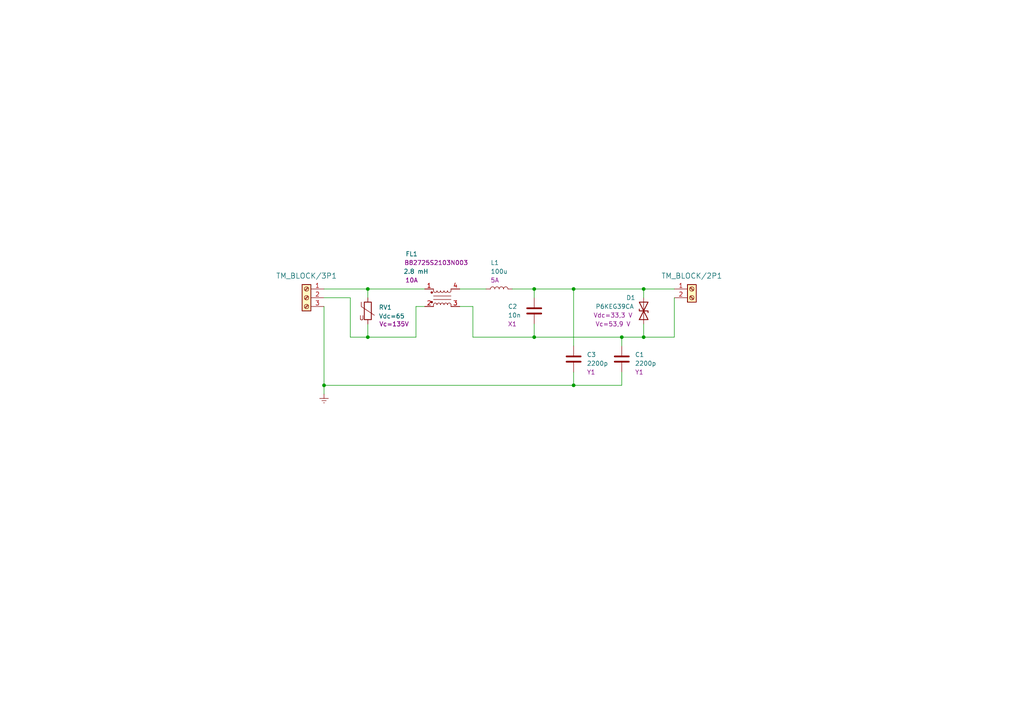
<source format=kicad_sch>
(kicad_sch (version 20230121) (generator eeschema)
  (paper "A4")
  (lib_symbols
    (symbol "yen:C" (pin_numbers hide) (pin_names (offset 0.254))
      (property "Reference" "C" (at 0.635 2.54 0))
      (property "Value" "C" (at 0.635 -2.54 0))
      (symbol "C_0_1"
        (polyline (pts (xy -2.032 -0.762) (xy 2.032 -0.762)) (stroke (width 0.508)))
        (polyline (pts (xy -2.032 0.762) (xy 2.032 0.762)) (stroke (width 0.508)))
      )
      (symbol "C_1_1"
        (pin passive line (at 0 3.81 270) (length 2.794) (name "~") (number "1"))
        (pin passive line (at 0 -3.81 90) (length 2.794) (name "~") (number "2"))
      )
    )
    (symbol "yen:D_TVS" (pin_numbers hide) (pin_names (offset 1.016) hide)
      (property "Reference" "D" (at 0 2.54 0))
      (property "Value" "D_TVS" (at 0 -2.54 0))
      (symbol "D_TVS_0_1"
        (polyline (pts (xy 1.27 0) (xy -1.27 0)))
        (polyline (pts (xy 0.508 1.27) (xy 0 1.27) (xy 0 -1.27) (xy -0.508 -1.27)) (stroke (width 0.254)))
        (polyline (pts (xy -2.54 1.27) (xy -2.54 -1.27) (xy 2.54 1.27) (xy 2.54 -1.27) (xy -2.54 1.27)) (stroke (width 0.254)))
      )
      (symbol "D_TVS_1_1"
        (pin passive line (at -3.81 0 0) (length 2.54) (name "A1") (number "1"))
        (pin passive line (at 3.81 0 180) (length 2.54) (name "A2") (number "2"))
      )
    )
    (symbol "yen:Filter_EMI_CommonMode" (pin_names (offset 0.254) hide)
      (property "Reference" "FL1" (at -8.89 12.7 0))
      (property "Value" "2.8 mH" (at -7.62 7.62 0))
      (property "Manufacturer number" "B82725S2103N003 " (at -1.27 10.16 0))
      (property "Value2" "10A" (at -8.89 5.08 0))
      (symbol "Filter_EMI_CommonMode_0_1"
        (circle (center -3.048 -1.27) (radius 0.254) (fill (type outline)))
        (circle (center -3.048 1.524) (radius 0.254) (fill (type outline)))
        (arc (start -2.54 2.032) (mid -2.032 1.5262) (end -1.524 2.032))
        (arc (start -1.524 -2.032) (mid -2.032 -1.5262) (end -2.54 -2.032))
        (arc (start -1.524 2.032) (mid -1.016 1.5262) (end -0.508 2.032))
        (arc (start -0.508 -2.032) (mid -1.016 -1.5262) (end -1.524 -2.032))
        (arc (start -0.508 2.032) (mid 0 1.5262) (end 0.508 2.032))
        (polyline (pts (xy -2.54 -2.032) (xy -2.54 -2.54)))
        (polyline (pts (xy -2.54 0.508) (xy 2.54 0.508)))
        (polyline (pts (xy -2.54 2.032) (xy -2.54 2.54)))
        (polyline (pts (xy 2.54 -2.032) (xy 2.54 -2.54)))
        (polyline (pts (xy 2.54 -0.508) (xy -2.54 -0.508)))
        (polyline (pts (xy 2.54 2.54) (xy 2.54 2.032)))
        (arc (start 0.508 -2.032) (mid 0 -1.5262) (end -0.508 -2.032))
        (arc (start 0.508 2.032) (mid 1.016 1.5262) (end 1.524 2.032))
        (arc (start 1.524 -2.032) (mid 1.016 -1.5262) (end 0.508 -2.032))
        (arc (start 1.524 2.032) (mid 2.032 1.5262) (end 2.54 2.032))
        (arc (start 2.54 -2.032) (mid 2.032 -1.5262) (end 1.524 -2.032))
      )
      (symbol "Filter_EMI_CommonMode_1_1"
        (pin passive line (at -5.08 2.54 0) (length 2.54) (name "1") (number "1"))
        (pin passive line (at -5.08 -2.54 0) (length 2.54) (name "2") (number "2"))
        (pin passive line (at 5.08 -2.54 180) (length 2.54) (name "3") (number "3"))
        (pin passive line (at 5.08 2.54 180) (length 2.54) (name "4") (number "4"))
      )
    )
    (symbol "yen:GNDREF" (power) (pin_names (offset 0))
      (property "Value" "GNDREF" (at 0 -3.81 0))
      (symbol "GNDREF_0_1"
        (polyline (pts (xy -0.635 -1.905) (xy 0.635 -1.905)))
        (polyline (pts (xy -0.127 -2.54) (xy 0.127 -2.54)))
        (polyline (pts (xy 0 -1.27) (xy 0 0)))
        (polyline (pts (xy 1.27 -1.27) (xy -1.27 -1.27)))
      )
      (symbol "GNDREF_1_1"
        (pin power_in line (at 0 0 270) (length 0) hide (name "GNDREF") (number "1"))
      )
    )
    (symbol "yen:L" (pin_numbers hide) (pin_names (offset 1.016) hide)
      (property "Reference" "L" (at -1.27 0 90))
      (property "Value" "L" (at 1.905 0 90))
      (symbol "L_0_1"
        (arc (start 0 -2.54) (mid 0.6323 -1.905) (end 0 -1.27))
        (arc (start 0 -1.27) (mid 0.6323 -0.635) (end 0 0))
        (arc (start 0 0) (mid 0.6323 0.635) (end 0 1.27))
        (arc (start 0 1.27) (mid 0.6323 1.905) (end 0 2.54))
      )
      (symbol "L_1_1"
        (pin passive line (at 0 3.81 270) (length 1.27) (name "1") (number "1"))
        (pin passive line (at 0 -3.81 90) (length 1.27) (name "2") (number "2"))
      )
    )
    (symbol "yen:TM_BLOCK_2P" (pin_names (offset 0) hide)
      (property "Reference" "TM_BLOCK/2P" (at 10.16 5.08 0))
      (symbol "TM_BLOCK_2P_1_1"
        (rectangle (start -1.27 1.27) (end 1.27 -3.81) (stroke (width 0.254)) (fill (type background)))
        (circle (center 0 -2.54) (radius 0.635) (stroke (width 0.1524)))
        (polyline (pts (xy -0.5334 -2.2098) (xy 0.3302 -3.048)) (stroke (width 0.1524)))
        (polyline (pts (xy -0.5334 0.3302) (xy 0.3302 -0.508)) (stroke (width 0.1524)))
        (polyline (pts (xy -0.3556 -2.032) (xy 0.508 -2.8702)) (stroke (width 0.1524)))
        (polyline (pts (xy -0.3556 0.508) (xy 0.508 -0.3302)) (stroke (width 0.1524)))
        (circle (center 0 0) (radius 0.635) (stroke (width 0.1524)))
        (pin passive line (at -5.08 0 0) (length 3.81) (name "Pin_1") (number "1"))
        (pin passive line (at -5.08 -2.54 0) (length 3.81) (name "Pin_2") (number "2"))
      )
    )
    (symbol "yen:TM_BLOCK_3P" (pin_names (offset 0) hide)
      (property "Reference" "TM_BLOCK/3P" (at 10.16 5.08 0))
      (symbol "TM_BLOCK_3P_1_1"
        (rectangle (start -1.27 3.81) (end 1.27 -3.81) (stroke (width 0.254)) (fill (type background)))
        (circle (center 0 -2.54) (radius 0.635) (stroke (width 0.1524)))
        (polyline (pts (xy -0.5334 -2.2098) (xy 0.3302 -3.048)) (stroke (width 0.1524)))
        (polyline (pts (xy -0.5334 0.3302) (xy 0.3302 -0.508)) (stroke (width 0.1524)))
        (polyline (pts (xy -0.5334 2.8702) (xy 0.3302 2.032)) (stroke (width 0.1524)))
        (polyline (pts (xy -0.3556 -2.032) (xy 0.508 -2.8702)) (stroke (width 0.1524)))
        (polyline (pts (xy -0.3556 0.508) (xy 0.508 -0.3302)) (stroke (width 0.1524)))
        (polyline (pts (xy -0.3556 3.048) (xy 0.508 2.2098)) (stroke (width 0.1524)))
        (circle (center 0 0) (radius 0.635) (stroke (width 0.1524)))
        (circle (center 0 2.54) (radius 0.635) (stroke (width 0.1524)))
        (pin passive line (at -5.08 2.54 0) (length 3.81) (name "Pin_1") (number "1"))
        (pin passive line (at -5.08 0 0) (length 3.81) (name "Pin_2") (number "2"))
        (pin passive line (at -5.08 -2.54 0) (length 3.81) (name "Pin_3") (number "3"))
      )
    )
    (symbol "yen:Varistor" (pin_numbers hide) (pin_names (offset 0))
      (property "Reference" "RV" (at 3.175 0 90))
      (property "Value" "Varistor" (at -3.175 0 90))
      (symbol "Varistor_0_0"
        (text "U" (at -1.778 -2.032 0) (effects (font (size 1.27 1.27))))
      )
      (symbol "Varistor_0_1"
        (rectangle (start -1.016 -2.54) (end 1.016 2.54) (stroke (width 0.254)))
        (polyline (pts (xy -1.905 2.54) (xy -1.905 1.27) (xy 1.905 -1.27)))
      )
      (symbol "Varistor_1_1"
        (pin passive line (at 0 3.81 270) (length 1.27) (name "~") (number "1"))
        (pin passive line (at 0 -3.81 90) (length 1.27) (name "~") (number "2"))
      )
    )
  )
  (junction (at 180.34 97.79))
  (junction (at 166.37 111.76))
  (junction (at 186.69 97.79))
  (junction (at 186.69 83.82))
  (junction (at 106.68 97.79))
  (junction (at 166.37 83.82))
  (junction (at 106.68 83.82))
  (junction (at 93.98 111.76))
  (junction (at 154.94 83.82))
  (junction (at 154.94 97.79))
  (wire (pts (xy 186.69 83.82) (xy 186.69 86.36)))
  (wire (pts (xy 93.98 111.76) (xy 93.98 114.3)))
  (wire (pts (xy 120.65 88.9) (xy 120.65 97.79)))
  (wire (pts (xy 180.34 97.79) (xy 186.69 97.79)))
  (wire (pts (xy 154.94 97.79) (xy 180.34 97.79)))
  (wire (pts (xy 148.59 83.82) (xy 154.94 83.82)))
  (wire (pts (xy 195.58 86.36) (xy 195.58 97.79)))
  (wire (pts (xy 186.69 93.98) (xy 186.69 97.79)))
  (wire (pts (xy 101.6 86.36) (xy 101.6 97.79)))
  (wire (pts (xy 186.69 83.82) (xy 195.58 83.82)))
  (wire (pts (xy 93.98 86.36) (xy 101.6 86.36)))
  (wire (pts (xy 180.34 97.79) (xy 180.34 100.33)))
  (wire (pts (xy 120.65 88.9) (xy 123.19 88.9)))
  (wire (pts (xy 101.6 97.79) (xy 106.68 97.79)))
  (wire (pts (xy 106.68 93.98) (xy 106.68 97.79)))
  (wire (pts (xy 186.69 97.79) (xy 195.58 97.79)))
  (wire (pts (xy 137.16 97.79) (xy 154.94 97.79)))
  (wire (pts (xy 166.37 83.82) (xy 186.69 83.82)))
  (wire (pts (xy 154.94 93.98) (xy 154.94 97.79)))
  (wire (pts (xy 166.37 111.76) (xy 180.34 111.76)))
  (wire (pts (xy 133.35 88.9) (xy 137.16 88.9)))
  (wire (pts (xy 106.68 83.82) (xy 123.19 83.82)))
  (wire (pts (xy 180.34 107.95) (xy 180.34 111.76)))
  (wire (pts (xy 93.98 83.82) (xy 106.68 83.82)))
  (wire (pts (xy 106.68 83.82) (xy 106.68 86.36)))
  (wire (pts (xy 166.37 83.82) (xy 166.37 100.33)))
  (wire (pts (xy 93.98 111.76) (xy 166.37 111.76)))
  (wire (pts (xy 137.16 88.9) (xy 137.16 97.79)))
  (wire (pts (xy 106.68 97.79) (xy 120.65 97.79)))
  (wire (pts (xy 166.37 107.95) (xy 166.37 111.76)))
  (wire (pts (xy 154.94 83.82) (xy 166.37 83.82)))
  (wire (pts (xy 93.98 88.9) (xy 93.98 111.76)))
  (wire (pts (xy 154.94 83.82) (xy 154.94 86.36)))
  (wire (pts (xy 133.35 83.82) (xy 140.97 83.82)))
  (symbol (lib_id "yen:Varistor") (at 106.68 90.17 0) (unit 1)
    (property "Reference" "RV1" (at 109.855 89.1531 0) (effects (justify left)))
    (property "Value" "Vdc=65" (at 109.855 91.6931 0) (effects (justify left)))
    (property "Footprint" "RV:B72220S0500K101" (effects hide))
    (property "Datasheet" "https://www.farnell.com/datasheets/2921077.pdf" (effects hide))
    (property "Farnell" "1004301" (effects hide))
    (property "Description" "TVS Varistor, MOV, 50 V, 65 V, B722 Series, 135 V, Radial Leaded, Metal Oxide Varistor (MOV)" (effects hide))
    (property "Value2" "Vc=135V" (at 114.3 93.98 0))
  )
  (symbol (lib_id "yen:Filter_EMI_CommonMode") (at 128.27 86.36 0) (unit 1)
    (property "Reference" "FL1" (at 119.38 73.66 0))
    (property "Value" "2.8 mH" (at 120.65 78.74 0))
    (property "Footprint" "Filter_B82725S2103N003:B82725S2103N003" (effects hide))
    (property "Datasheet" "https://www.farnell.com/datasheets/3158417.pdf" (effects hide))
    (property "Farnell" "3580935" (effects hide))
    (property "Manufacturer number" "B82725S2103N003 " (at 127 76.2 0))
    (property "Value2" "10A" (at 119.38 81.28 0))
    (property "Description" "EPCOS  B82725S2103N003  Common Mode Choke, Power Line, Ring Core, 2.8 mH, 10 A" (effects hide))
  )
  (symbol (lib_id "yen:TM_BLOCK_3P") (at 88.9 86.36 0) (mirror y) (unit 1)
    (property "Reference" "TM_BLOCK/3P1" (at 88.9 80.01 0) (effects (font (size 1.524 1.524))))
    (property "Value" "TM_BLOCK_3P" (effects hide))
    (property "Footprint" "VAMK_CON:TM_BLOCK_3P" (effects hide))
    (property "Datasheet" "\"\"" (effects hide))
    (property "Storing Location" "3.10.3.2" (effects hide))
    (property "Order Number Elfa" "48-375-14" (effects hide))
    (property "Order Numer Farnell" "963-2689" (effects hide))
  )
  (symbol (lib_id "yen:GNDREF") (at 93.98 114.3 0) (unit 1)
    (property "Reference" "#PWR01" (effects hide))
    (property "Value" "GNDREF" (effects hide))
  )
  (symbol (lib_id "yen:C") (at 166.37 104.14 0) (unit 1)
    (property "Reference" "C3" (at 170.18 102.8699 0) (effects (justify left)))
    (property "Value" "2200p" (at 170.18 105.41 0) (effects (justify left)))
    (property "Footprint" "2200pF:CAP_DE2E3SA222MJ3BT02F" (effects hide))
    (property "Datasheet" "https://www.farnell.com/datasheets/2608735.pdf" (effects hide))
    (property "Farnell" "2507755 " (effects hide))
    (property "Value2" "Y1" (at 171.45 107.95 0))
  )
  (symbol (lib_id "yen:L") (at 144.78 83.82 90) (unit 1)
    (property "Reference" "L1" (at 143.51 76.2 90))
    (property "Value" "100u" (at 144.78 78.74 90))
    (property "Footprint" "Coil_100u:PE92112KNL" (effects hide))
    (property "Datasheet" "https://4donline.ihs.com/images/VipMasterIC/IC/PLEI/PLEIS01741/PLEIS01741-1.pdf?hkey=6D3A4C79FDBF58556ACFDE234799DDF0" (effects hide))
    (property "Farnell" "2215971" (effects hide))
    (property "Description" "Toroidal Inductor, Vertical, KlipMount, 100 µH, 5 A, 0.034 ohm, ± 20%" (effects hide))
    (property "Current" "5A" (at 143.51 81.28 90))
  )
  (symbol (lib_id "yen:C") (at 154.94 90.17 0) (unit 1)
    (property "Reference" "C2" (at 147.32 88.9 0) (effects (justify left)))
    (property "Value" "10n" (at 147.32 91.44 0) (effects (justify left)))
    (property "Footprint" "10nF-throughhole:CAPRB250W50L450T300H550" (effects hide))
    (property "Datasheet" "https://www.farnell.com/datasheets/2058629.pdf" (effects hide))
    (property "Farnell" "2576736 " (effects hide))
    (property "Value2" "X1" (at 148.59 93.98 0))
  )
  (symbol (lib_id "yen:D_TVS") (at 186.69 90.17 90) (unit 1)
    (property "Reference" "D1" (at 181.61 86.36 90) (effects (justify right)))
    (property "Value" "P6KEG39CA" (at 172.72 88.9 90) (effects (justify right)))
    (property "Footprint" "P6KEG39CA:DIOAD1995W86L635D340" (effects hide))
    (property "Datasheet" "https://www.farnell.com/datasheets/2842253.pdf" (effects hide))
    (property "Farnell" " 3226355" (effects hide))
    (property "Description" "TVS Diode, P6KE, Bidirectional, 33.3 V, 53.9 V, DO-15, 2 Pins" (effects hide))
    (property "Value2" "Vdc=33,3 V" (at 177.8 91.44 90))
    (property "Value3" "Vc=53,9 V" (at 177.8 93.98 90))
  )
  (symbol (lib_id "yen:C") (at 180.34 104.14 0) (unit 1)
    (property "Reference" "C1" (at 184.15 102.8699 0) (effects (justify left)))
    (property "Value" "2200p" (at 184.15 105.41 0) (effects (justify left)))
    (property "Footprint" "2200pF:CAP_DE2E3SA222MJ3BT02F" (effects hide))
    (property "Datasheet" "https://www.farnell.com/datasheets/2608735.pdf" (effects hide))
    (property "Farnell" "2507755 " (effects hide))
    (property "Value2" "Y1" (at 185.42 107.95 0))
  )
  (symbol (lib_id "yen:TM_BLOCK_2P") (at 200.66 83.82 0) (unit 1)
    (property "Reference" "TM_BLOCK/2P1" (at 191.77 80.01 0) (effects (font (size 1.524 1.524)) (justify left)))
    (property "Value" "TM_BLOCK_2P" (effects hide))
    (property "Footprint" "VAMK_CON:TM_BLOCK_2P" (effects hide))
    (property "Datasheet" "\"\"" (effects hide))
    (property "Storing Location" "3.10.3.1" (effects hide))
    (property "Order Number Elfa" "48-375-06" (effects hide))
    (property "Order Numer Farnell" "963-2670" (effects hide))
  )
)
</source>
